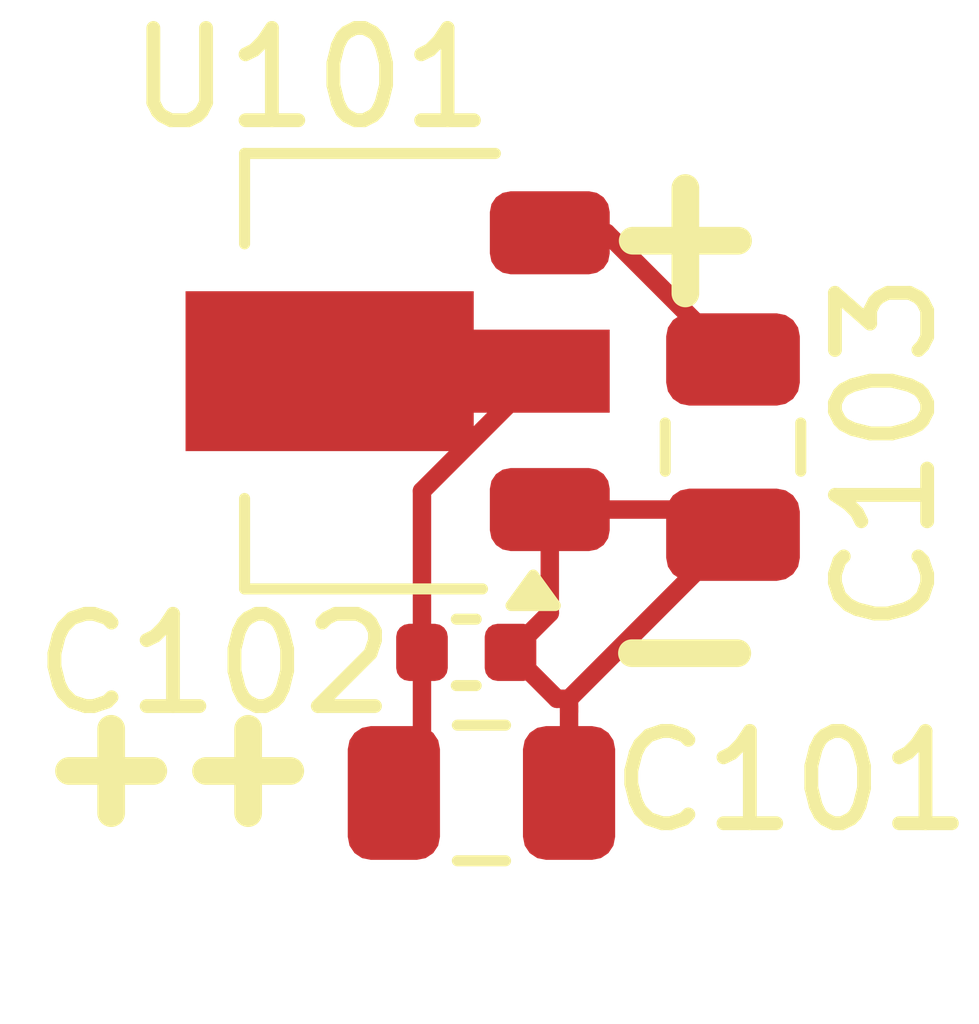
<source format=kicad_pcb>
(kicad_pcb (version 20240108) (generator "pcbnew") (generator_version "8.0")
  (layers (0 "F.Cu" signal) (31 "B.Cu" signal) (34 "B.Paste" user) (35 "F.Paste" user) (36 "B.SilkS" user "B.Silkscreen") (37 "F.SilkS" user "F.Silkscreen") (38 "B.Mask" user) (39 "F.Mask" user) (44 "Edge.Cuts" user))
  (net 0 "")
  (net 1 "/U+")
  (net 2 "/+3V3")
  (net 3 "/GND")
  (footprint "Package_TO_SOT_SMD:SOT-89-3" (layer "F.Cu") (at 114.3 62.865 180)
    (property "Reference" "U101" (at 0.635 3.175 180) (layer "F.SilkS"))
    (property "Value" "HT75xx-1-SOT89" (hide yes))
    (fp_line (start 1.36 2.36) (end -1.36 2.36) (stroke (width 0.12)) (layer "F.SilkS"))
    (fp_line (start 1.36 1.38) (end 1.36 2.36) (stroke (width 0.12)) (layer "F.SilkS"))
    (fp_line (start 1.36 -1.38) (end 1.36 -2.36) (stroke (width 0.12)) (layer "F.SilkS"))
    (fp_line (start -1.22 -2.36) (end 1.36 -2.36) (stroke (width 0.12)) (layer "F.SilkS"))
    (fp_poly (pts (xy -1.77 -2.21) (xy -2.01 -2.54) (xy -1.53 -2.54) (xy -1.77 -2.21)) (stroke (width 0.12)) (fill solid) (layer "F.SilkS"))
    (pad "1" smd roundrect (at -1.95 -1.5 180) (size 1.3 0.9) (layers "F.Cu" "F.Paste" "F.Mask") (net 3 "/GND"))
    (pad "2" smd custom (at -1.8625 0 180) (size 1.475 0.9) (layers "F.Cu" "F.Paste" "F.Mask") (net 1 "/U+") (options (clearance outline) (anchor rect)) (primitives (gr_poly (pts (xy 3.8625 0.8665) (xy 0.7375 0.8665) (xy 0.7375 -0.8665) (xy 3.8625 -0.8665)) (width 0) (fill yes))))
    (pad "3" smd roundrect (at -1.95 1.5 180) (size 1.3 0.9) (layers "F.Cu" "F.Paste" "F.Mask") (net 2 "/+3V3"))
  )
  (footprint "Capacitor_SMD:C_0805_2012Metric" (layer "F.Cu") (at 115.509 67.437)
    (property "Reference" "C101" (at 3.363 -0.127 0) (layer "F.SilkS"))
    (property "Value" "22uF")
    (fp_line (start -0.261253 -0.735) (end 0.261253 -0.735) (stroke (width 0.12)) (layer "F.SilkS"))
    (fp_line (start -0.261253 0.735) (end 0.261253 0.735) (stroke (width 0.12)) (layer "F.SilkS"))
    (pad "1" smd roundrect (at -0.949999 0) (size 1 1.45) (layers "F.Cu" "F.Paste" "F.Mask") (net 1 "/U+"))
    (pad "2" smd roundrect (at 0.949999 0) (size 1 1.45) (layers "F.Cu" "F.Paste" "F.Mask") (net 3 "/GND"))
  )
  (footprint "Capacitor_SMD:C_0402_1005Metric" (layer "F.Cu") (at 115.344 65.913)
    (property "Reference" "C102" (at -2.727999 0.127 0) (layer "F.SilkS"))
    (property "Value" "1u")
    (fp_line (start -0.107836 -0.36) (end 0.107836 -0.36) (stroke (width 0.12)) (layer "F.SilkS"))
    (fp_line (start -0.107836 0.36) (end 0.107836 0.36) (stroke (width 0.12)) (layer "F.SilkS"))
    (pad "1" smd roundrect (at -0.48 0) (size 0.56 0.62) (layers "F.Cu" "F.Paste" "F.Mask") (net 1 "/U+"))
    (pad "2" smd roundrect (at 0.48 0) (size 0.56 0.62) (layers "F.Cu" "F.Paste" "F.Mask") (net 3 "/GND"))
  )
  (footprint "Capacitor_SMD:C_0805_2012Metric" (layer "F.Cu") (at 118.237 63.688 -90)
    (property "Reference" "C103" (at 0.066 -1.651 -90) (layer "F.SilkS"))
    (property "Value" "47uF")
    (fp_line (start -0.261252 0.735) (end 0.261252 0.735) (stroke (width 0.12)) (layer "F.SilkS"))
    (fp_line (start -0.261252 -0.735) (end 0.261252 -0.735) (stroke (width 0.12)) (layer "F.SilkS"))
    (pad "1" smd roundrect (at -0.95 0 270) (size 1 1.45) (layers "F.Cu" "F.Paste" "F.Mask") (net 2 "/+3V3"))
    (pad "2" smd roundrect (at 0.95 0 270) (size 1 1.45) (layers "F.Cu" "F.Paste" "F.Mask") (net 3 "/GND"))
  )
  (gr_text "++" (at 113.919 67.818 0) (layer "F.SilkS") (effects (font (size 1.2 1.2) (thickness 0.3) (bold yes)) (justify left bottom mirror)))
  (gr_text "+" (at 118.491 60.325 90) (layer "F.SilkS") (effects (font (size 1.5 1.5) (thickness 0.3) (bold yes)) (justify left bottom mirror)))
  (gr_text "-" (at 116.586 65.151 180) (layer "F.SilkS") (effects (font (size 1.5 1.5) (thickness 0.3) (bold yes)) (justify left bottom mirror)))
  (segment (start 116.1625 62.865) (end 114.864 64.1635) (width 0.2) (layer "F.Cu") (net 1))
  (segment (start 114.864 67.132) (end 114.864 65.913) (width 0.2) (layer "F.Cu") (net 1))
  (segment (start 114.864 64.1635) (end 114.864 65.913) (width 0.2) (layer "F.Cu") (net 1))
  (segment (start 114.559 67.437) (end 114.864 67.132) (width 0.2) (layer "F.Cu") (net 1))
  (segment (start 116.864 61.365) (end 118.237 62.738) (width 0.2) (layer "F.Cu") (net 2))
  (segment (start 116.25 61.365) (end 116.864 61.365) (width 0.2) (layer "F.Cu") (net 2))
  (segment (start 115.824 65.913) (end 116.25 65.487) (width 0.2) (layer "F.Cu") (net 3))
  (segment (start 116.459 66.548) (end 116.459 66.5067) (width 0.2) (layer "F.Cu") (net 3))
  (segment (start 117.964 64.365) (end 118.237 64.638) (width 0.2) (layer "F.Cu") (net 3))
  (segment (start 116.25 65.487) (end 116.25 64.365) (width 0.2) (layer "F.Cu") (net 3))
  (segment (start 116.459 66.416) (end 118.237 64.638) (width 0.2) (layer "F.Cu") (net 3))
  (segment (start 116.459 67.437) (end 116.459 66.548) (width 0.2) (layer "F.Cu") (net 3))
  (segment (start 116.327 66.416) (end 115.824 65.913) (width 0.2) (layer "F.Cu") (net 3))
  (segment (start 116.459 66.416) (end 116.327 66.416) (width 0.2) (layer "F.Cu") (net 3))
  (segment (start 116.459 66.5067) (end 116.459 66.416) (width 0.2) (layer "F.Cu") (net 3))
  (segment (start 116.25 64.365) (end 117.964 64.365) (width 0.2) (layer "F.Cu") (net 3))
)
</source>
